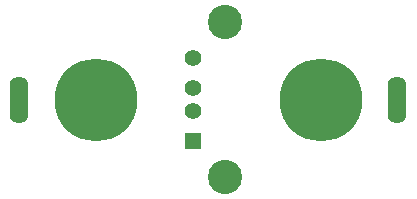
<source format=gbr>
%TF.GenerationSoftware,KiCad,Pcbnew,(6.0.5)*%
%TF.CreationDate,2022-05-17T08:39:17+02:00*%
%TF.ProjectId,supply2usb,73757070-6c79-4327-9573-622e6b696361,rev?*%
%TF.SameCoordinates,Original*%
%TF.FileFunction,Soldermask,Bot*%
%TF.FilePolarity,Negative*%
%FSLAX46Y46*%
G04 Gerber Fmt 4.6, Leading zero omitted, Abs format (unit mm)*
G04 Created by KiCad (PCBNEW (6.0.5)) date 2022-05-17 08:39:17*
%MOMM*%
%LPD*%
G01*
G04 APERTURE LIST*
%ADD10C,7.000000*%
%ADD11O,1.600000X4.000000*%
%ADD12R,1.420000X1.420000*%
%ADD13C,1.420000*%
%ADD14C,2.900000*%
G04 APERTURE END LIST*
D10*
%TO.C,J2*%
X129000000Y-90000000D03*
%TD*%
D11*
%TO.C,H2*%
X135500000Y-90000000D03*
%TD*%
D12*
%TO.C,J3*%
X118240000Y-93500000D03*
D13*
X118240000Y-91000000D03*
X118240000Y-89000000D03*
X118240000Y-86500000D03*
D14*
X120950000Y-83430000D03*
X120950000Y-96570000D03*
%TD*%
D11*
%TO.C,H1*%
X103500000Y-90000000D03*
%TD*%
D10*
%TO.C,J1*%
X110000000Y-90000000D03*
%TD*%
M02*

</source>
